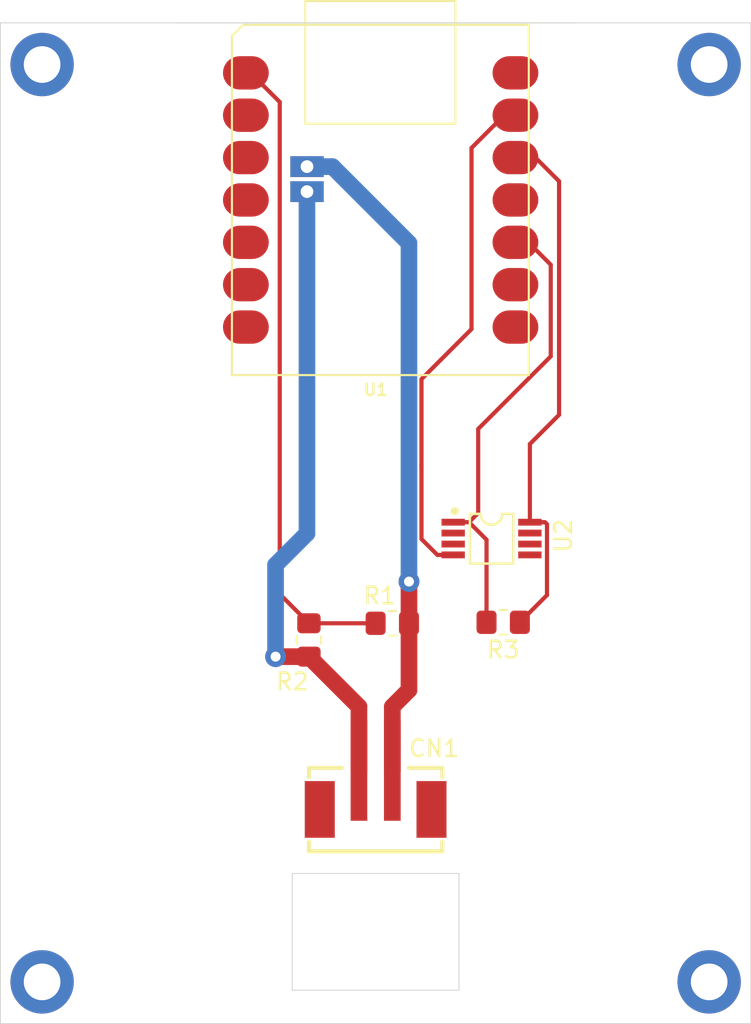
<source format=kicad_pcb>
(kicad_pcb (version 20211014) (generator pcbnew)
  (layers (0 "F.Cu" signal) (31 "B.Cu" signal) (34 "B.Paste" user) (35 "F.Paste" user) (36 "B.SilkS" user "B.Silkscreen") (37 "F.SilkS" user "F.Silkscreen") (38 "B.Mask" user) (39 "F.Mask" user) (44 "Edge.Cuts" user))
  (net 0 "")
  (net 4 "GND")
  (net 8 "+3V3")
  (net 9 "Net-(CN1-Pad2)")
  (net 10 "Net-(CN1-Pad1)")
  (net 16 "Net-(R1-Pad1)")
  (net 19 "Net-(R3-Pad2)")
  (footprint "easyeda2kicad:CONN-SMD_B2B-PH-SM4-TB-LF-SN" (layer "F.Cu") (at 130 136)
    (fp_text reference "CN1" (at 3.5 -2.5) (layer "F.SilkS"))
    (fp_text value "B2B-PH-SM4-TB(LF)(SN)" hide)
    (fp_line (start 4 3.67) (end 4 3.09) (layer "F.SilkS") (width 0.25))
    (fp_line (start -4 3.09) (end -4 3.67) (layer "F.SilkS") (width 0.25))
    (fp_line (start -4 -1.33) (end -4 -0.77) (layer "F.SilkS") (width 0.25))
    (fp_line (start 2 -1.33) (end 4 -1.33) (layer "F.SilkS") (width 0.25))
    (fp_line (start 4 3.67) (end -4 3.67) (layer "F.SilkS") (width 0.25))
    (fp_line (start 4 -0.77) (end 4 -1.33) (layer "F.SilkS") (width 0.25))
    (fp_line (start -4 -1.33) (end -2 -1.33) (layer "F.SilkS") (width 0.25))
    (pad "1" smd rect locked (at 1 -1.16) (size 1 6) (layers "F.Cu" "F.Paste" "F.Mask") (net 10 "Net-(CN1-Pad1)"))
    (pad "2" smd rect locked (at -1 -1.16) (size 1 6) (layers "F.Cu" "F.Paste" "F.Mask") (net 9 "Net-(CN1-Pad2)"))
    (pad "3" smd rect locked (at -3.35 1.16) (size 1.8 3.4) (layers "F.Cu" "F.Paste" "F.Mask"))
    (pad "4" smd rect locked (at 3.35 1.16) (size 1.8 3.4) (layers "F.Cu" "F.Paste" "F.Mask"))
  )
  (footprint "MountingHole:MountingHole_2.2mm_M2_DIN965_Pad" (layer "F.Cu") (at 110 147.5)
    (fp_text reference "H1" hide)
    (fp_text value "MountingHole_Pad" hide)
    (pad "1" thru_hole circle (at 0 0) (size 3.8 3.8) (drill 2.2) (layers *.Cu *.Mask))
  )
  (footprint "Resistor_SMD:R_0805_2012Metric_Pad1.20x1.40mm_HandSolder" (layer "F.Cu") (at 131 126)
    (fp_text reference "R1" (at -0.75 -1.65) (layer "F.SilkS"))
    (fp_text value "220k")
    (fp_line (start -0.227064 0.735) (end 0.227064 0.735) (layer "F.SilkS") (width 0.12))
    (fp_line (start -0.227064 -0.735) (end 0.227064 -0.735) (layer "F.SilkS") (width 0.12))
    (pad "1" smd roundrect (at -1 0) (size 1.2 1.4) (layers "F.Cu" "F.Paste" "F.Mask") (roundrect_rratio 0.208333) (net 16 "Net-(R1-Pad1)"))
    (pad "2" smd roundrect (at 1 0) (size 1.2 1.4) (layers "F.Cu" "F.Paste" "F.Mask") (roundrect_rratio 0.208333) (net 10 "Net-(CN1-Pad1)"))
  )
  (footprint "MountingHole:MountingHole_2.2mm_M2_DIN965_Pad" (layer "F.Cu") (at 150 147.5)
    (fp_text reference "H2" hide)
    (fp_text value "MountingHole_Pad" hide)
    (pad "1" thru_hole circle (at 0 0) (size 3.8 3.8) (drill 2.2) (layers *.Cu *.Mask))
  )
  (footprint "easyeda2kicad:MSOP-8_L3.0-W3.0-P0.65-LS4.9-BL" (layer "F.Cu") (at 136.95 120.92 -90)
    (fp_text reference "U2" (at -0.17 -4.3 90) (layer "F.SilkS"))
    (fp_text value "DS18B20U")
    (fp_line (start 1.5 -1.3) (end -1.48 -1.3) (layer "F.SilkS") (width 0.15))
    (fp_line (start -1.48 1.3) (end 1.5 1.3) (layer "F.SilkS") (width 0.15))
    (fp_line (start -1.48 0.65) (end -1.48 1.3) (layer "F.SilkS") (width 0.15))
    (fp_line (start -1.48 -1.3) (end -1.48 -0.65) (layer "F.SilkS") (width 0.15))
    (fp_line (start 1.5 1.3) (end 1.5 -1.3) (layer "F.SilkS") (width 0.15))
    (fp_arc (start -1.48 -0.65) (mid -0.83 0) (end -1.48 0.65) (layer "F.SilkS") (width 0.15))
    (fp_circle (center -1.65 2.2) (end -1.53 2.2) (layer "F.SilkS") (width 0.24) (fill none))
    (pad "1" smd rect locked (at -0.98 2.3 270) (size 0.41 1.4) (layers "F.Cu" "F.Paste" "F.Mask") (net 19 "Net-(R3-Pad2)"))
    (pad "2" smd rect locked (at -0.33 2.3 270) (size 0.41 1.4) (layers "F.Cu" "F.Paste" "F.Mask"))
    (pad "3" smd rect locked (at 0.33 2.3 270) (size 0.41 1.4) (layers "F.Cu" "F.Paste" "F.Mask"))
    (pad "4" smd rect locked (at 0.98 2.3 270) (size 0.41 1.4) (layers "F.Cu" "F.Paste" "F.Mask") (net 4 "GND"))
    (pad "5" smd rect locked (at 0.98 -2.3 270) (size 0.41 1.4) (layers "F.Cu" "F.Paste" "F.Mask"))
    (pad "6" smd rect locked (at 0.33 -2.3 270) (size 0.41 1.4) (layers "F.Cu" "F.Paste" "F.Mask"))
    (pad "7" smd rect locked (at -0.33 -2.3 270) (size 0.41 1.4) (layers "F.Cu" "F.Paste" "F.Mask"))
    (pad "8" smd rect locked (at -0.98 -2.3 270) (size 0.41 1.4) (layers "F.Cu" "F.Paste" "F.Mask") (net 8 "+3V3"))
  )
  (footprint "xiao:MOUDLE14P-SMD-2.54-21X17.8MM-bat" (layer "F.Cu") (at 121.384 111.11925)
    (fp_text reference "U1" (at 8.616 0.88075) (layer "F.SilkS") (effects (font (size 0.7 0.7))))
    (fp_text value "MOUDLE-SEEEDUINO-XIAO-ESP32C3")
    (fp_line (start 0 -20.3285) (end 0 0) (layer "F.SilkS") (width 0.127))
    (fp_line (start 4.4 -22.424) (end 13.395 -22.424) (layer "F.SilkS") (width 0.127))
    (fp_line (start 13.395 -15.072) (end 4.396 -15.072) (layer "F.SilkS") (width 0.127))
    (fp_line (start 17.8 -21) (end 0.671541 -21) (layer "F.SilkS") (width 0.127))
    (fp_line (start 4.396 -15.072) (end 4.396 -22.425) (layer "F.SilkS") (width 0.127))
    (fp_line (start 0 0) (end 17.8 0) (layer "F.SilkS") (width 0.127))
    (fp_line (start 17.8 0) (end 17.8 -21) (layer "F.SilkS") (width 0.127))
    (fp_line (start 0.671541 -21) (end 0 -20.3285) (layer "F.SilkS") (width 0.127))
    (fp_line (start 13.395 -22.424) (end 13.395 -15.072) (layer "F.SilkS") (width 0.127))
    (pad "1" smd roundrect (at 0.835 -18.12) (size 2.75 2) (layers "F.Cu" "F.Paste" "F.Mask") (roundrect_rratio 0.5) (net 16 "Net-(R1-Pad1)"))
    (pad "2" smd roundrect (at 0.835 -15.58) (size 2.75 2) (layers "F.Cu" "F.Paste" "F.Mask") (roundrect_rratio 0.5))
    (pad "3" smd roundrect (at 0.835 -13.04) (size 2.75 2) (layers "F.Cu" "F.Paste" "F.Mask") (roundrect_rratio 0.5))
    (pad "4" smd roundrect (at 0.835 -10.5) (size 2.75 2) (layers "F.Cu" "F.Paste" "F.Mask") (roundrect_rratio 0.5))
    (pad "5" smd roundrect (at 0.835 -7.96) (size 2.75 2) (layers "F.Cu" "F.Paste" "F.Mask") (roundrect_rratio 0.5))
    (pad "6" smd roundrect (at 0.835 -5.42) (size 2.75 2) (layers "F.Cu" "F.Paste" "F.Mask") (roundrect_rratio 0.5))
    (pad "7" smd roundrect (at 0.835 -2.88) (size 2.75 2) (layers "F.Cu" "F.Paste" "F.Mask") (roundrect_rratio 0.5))
    (pad "8" smd roundrect (at 17 -2.88) (size 2.75 2) (layers "F.Cu" "F.Paste" "F.Mask") (roundrect_rratio 0.5))
    (pad "9" smd roundrect (at 17 -5.42) (size 2.75 2) (layers "F.Cu" "F.Paste" "F.Mask") (roundrect_rratio 0.5))
    (pad "10" smd roundrect (at 17 -7.96) (size 2.75 2) (layers "F.Cu" "F.Paste" "F.Mask") (roundrect_rratio 0.5) (net 19 "Net-(R3-Pad2)"))
    (pad "11" smd roundrect (at 17 -10.5) (size 2.75 2) (layers "F.Cu" "F.Paste" "F.Mask") (roundrect_rratio 0.5))
    (pad "12" smd roundrect (at 17 -13.04) (size 2.75 2) (layers "F.Cu" "F.Paste" "F.Mask") (roundrect_rratio 0.5) (net 8 "+3V3"))
    (pad "13" smd roundrect (at 17 -15.58) (size 2.75 2) (layers "F.Cu" "F.Paste" "F.Mask") (roundrect_rratio 0.5) (net 4 "GND"))
    (pad "14" smd roundrect (at 17 -18.12) (size 2.75 2) (layers "F.Cu" "F.Paste" "F.Mask") (roundrect_rratio 0.5))
    (pad "15" thru_hole rect (at 4.5 -12.5) (size 2 1.25) (drill 0.762) (layers *.Cu *.Mask) (net 10 "Net-(CN1-Pad1)"))
    (pad "16" thru_hole rect (at 4.5 -11) (size 2 1.25) (drill 0.762) (layers *.Cu *.Mask) (net 9 "Net-(CN1-Pad2)"))
  )
  (footprint "Resistor_SMD:R_0805_2012Metric_Pad1.20x1.40mm_HandSolder" (layer "F.Cu") (at 126 127 -90)
    (fp_text reference "R2" (at 2.5 1 180) (layer "F.SilkS"))
    (fp_text value "220k")
    (fp_line (start -0.227064 -0.735) (end 0.227064 -0.735) (layer "F.SilkS") (width 0.12))
    (fp_line (start -0.227064 0.735) (end 0.227064 0.735) (layer "F.SilkS") (width 0.12))
    (pad "1" smd roundrect (at -1 0 270) (size 1.2 1.4) (layers "F.Cu" "F.Paste" "F.Mask") (roundrect_rratio 0.208333) (net 16 "Net-(R1-Pad1)"))
    (pad "2" smd roundrect (at 1 0 270) (size 1.2 1.4) (layers "F.Cu" "F.Paste" "F.Mask") (roundrect_rratio 0.208333) (net 9 "Net-(CN1-Pad2)"))
  )
  (footprint "Resistor_SMD:R_0805_2012Metric_Pad1.20x1.40mm_HandSolder" (layer "F.Cu") (at 137.65 125.94 180)
    (fp_text reference "R3" (at 0 -1.65) (layer "F.SilkS"))
    (fp_text value "4k7")
    (fp_line (start -0.227064 0.735) (end 0.227064 0.735) (layer "F.SilkS") (width 0.12))
    (fp_line (start -0.227064 -0.735) (end 0.227064 -0.735) (layer "F.SilkS") (width 0.12))
    (pad "1" smd roundrect (at -1 0 180) (size 1.2 1.4) (layers "F.Cu" "F.Paste" "F.Mask") (roundrect_rratio 0.208333) (net 8 "+3V3"))
    (pad "2" smd roundrect (at 1 0 180) (size 1.2 1.4) (layers "F.Cu" "F.Paste" "F.Mask") (roundrect_rratio 0.208333) (net 19 "Net-(R3-Pad2)"))
  )
  (footprint "MountingHole:MountingHole_2.2mm_M2_DIN965_Pad" (layer "F.Cu") (at 150 92.5)
    (fp_text reference "H4" hide)
    (fp_text value "MountingHole_Pad" hide)
    (pad "1" thru_hole circle (at 0 0) (size 3.8 3.8) (drill 2.2) (layers *.Cu *.Mask))
  )
  (footprint "MountingHole:MountingHole_2.2mm_M2_DIN965_Pad" (layer "F.Cu") (at 110 92.5)
    (fp_text reference "H3" hide)
    (fp_text value "MountingHole_Pad" hide)
    (pad "1" thru_hole circle (at 0 0) (size 3.8 3.8) (drill 2.2) (layers *.Cu *.Mask))
  )
  (gr_line (start 135 141) (end 125 141) (layer "Edge.Cuts") (width 0.05))
  (gr_line (start 107.5 90) (end 152.5 90) (layer "Edge.Cuts") (width 0.05))
  (gr_line (start 118 90) (end 142 90) (layer "Edge.Cuts") (width 0.05))
  (gr_line (start 125 148) (end 135 148) (layer "Edge.Cuts") (width 0.05))
  (gr_line (start 125 141) (end 125 148) (layer "Edge.Cuts") (width 0.05))
  (gr_line (start 107.5 150) (end 107.5 90) (layer "Edge.Cuts") (width 0.05))
  (gr_line (start 152.5 95) (end 152.5 150) (layer "Edge.Cuts") (width 0.05))
  (gr_line (start 135 148) (end 135 141) (layer "Edge.Cuts") (width 0.05))
  (gr_line (start 152.5 90) (end 152.5 95) (layer "Edge.Cuts") (width 0.05))
  (gr_line (start 152.5 150) (end 107.5 150) (layer "Edge.Cuts") (width 0.05))
  (segment (start 132.75 116.66) (end 132.75 116.5) (width 0.25) (layer "F.Cu") (net 4))
  (segment (start 132.75 120.95) (end 133.7 121.9) (width 0.25) (layer "F.Cu") (net 4))
  (segment (start 132.75 111.360054) (end 135.75 108.360054) (width 0.25) (layer "F.Cu") (net 4))
  (segment (start 132.75 116.5) (end 132.75 111.360054) (width 0.25) (layer "F.Cu") (net 4))
  (segment (start 132.75 116.5) (end 132.75 120.95) (width 0.25) (layer "F.Cu") (net 4))
  (segment (start 135.75 97.5) (end 137.71075 95.53925) (width 0.25) (layer "F.Cu") (net 4))
  (segment (start 134.65 121.9) (end 133.7 121.9) (width 0.25) (layer "F.Cu") (net 4))
  (segment (start 137.71075 95.53925) (end 138.384 95.53925) (width 0.25) (layer "F.Cu") (net 4))
  (segment (start 135.75 108.360054) (end 135.75 97.5) (width 0.25) (layer "F.Cu") (net 4))
  (segment (start 140.274511 120.060489) (end 140.154022 119.94) (width 0.25) (layer "F.Cu") (net 8))
  (segment (start 141 113.5) (end 139.25 115.25) (width 0.25) (layer "F.Cu") (net 8))
  (segment (start 138.65 125.94) (end 140.274511 124.315489) (width 0.25) (layer "F.Cu") (net 8))
  (segment (start 139.25 115.25) (end 139.25 119.94) (width 0.25) (layer "F.Cu") (net 8))
  (segment (start 140.274511 124.315489) (end 140.274511 120.060489) (width 0.25) (layer "F.Cu") (net 8))
  (segment (start 139.25 119.94) (end 140.15 119.94) (width 0.25) (layer "F.Cu") (net 8))
  (segment (start 139.57925 98.07925) (end 141 99.5) (width 0.25) (layer "F.Cu") (net 8))
  (segment (start 141 99.5) (end 141 113.5) (width 0.25) (layer "F.Cu") (net 8))
  (segment (start 138.384 98.07925) (end 139.57925 98.07925) (width 0.25) (layer "F.Cu") (net 8))
  (segment (start 140.154022 119.94) (end 139.25 119.94) (width 0.25) (layer "F.Cu") (net 8))
  (segment (start 126 128) (end 124 128) (width 1) (layer "F.Cu") (net 9))
  (segment (start 129 131) (end 129 134.84) (width 1) (layer "F.Cu") (net 9))
  (segment (start 126 128) (end 129 131) (width 1) (layer "F.Cu") (net 9))
  (via (at 124 128) (size 1.25) (drill 0.6) (layers "F.Cu" "B.Cu") (net 9))
  (segment (start 125.884 100.11925) (end 125.884 120.616) (width 1) (layer "B.Cu") (net 9))
  (segment (start 124 128) (end 124 122.5) (width 1) (layer "B.Cu") (net 9))
  (segment (start 125.884 120.616) (end 124 122.5) (width 1) (layer "B.Cu") (net 9))
  (segment (start 132 126) (end 132 123.5) (width 1) (layer "F.Cu") (net 10))
  (segment (start 131 131) (end 132 130) (width 1) (layer "F.Cu") (net 10))
  (segment (start 131 131) (end 131 134.84) (width 1) (layer "F.Cu") (net 10))
  (segment (start 132 130) (end 132 126) (width 1) (layer "F.Cu") (net 10))
  (via (at 132 123.5) (size 1.25) (drill 0.6) (layers "F.Cu" "B.Cu") (net 10))
  (segment (start 132 103.211228) (end 127.408022 98.61925) (width 1) (layer "B.Cu") (net 10))
  (segment (start 127.408022 98.61925) (end 125.884 98.61925) (width 1) (layer "B.Cu") (net 10))
  (segment (start 132 123.5) (end 132 103.211228) (width 1) (layer "B.Cu") (net 10))
  (segment (start 122.219 92.99925) (end 122.49925 92.99925) (width 0.25) (layer "F.Cu") (net 16))
  (segment (start 126 126) (end 130 126) (width 0.25) (layer "F.Cu") (net 16))
  (segment (start 124.25 94.75) (end 124.25 124.25) (width 0.25) (layer "F.Cu") (net 16))
  (segment (start 122.49925 92.99925) (end 124.25 94.75) (width 0.25) (layer "F.Cu") (net 16))
  (segment (start 124.25 124.25) (end 126 126) (width 0.25) (layer "F.Cu") (net 16))
  (segment (start 139.15925 103.15925) (end 138.384 103.15925) (width 0.25) (layer "F.Cu") (net 19))
  (segment (start 136.65 125.94) (end 136.65 120.99) (width 0.25) (layer "F.Cu") (net 19))
  (segment (start 135.6 119.94) (end 134.65 119.94) (width 0.25) (layer "F.Cu") (net 19))
  (segment (start 140.5 104.5) (end 139.15925 103.15925) (width 0.25) (layer "F.Cu") (net 19))
  (segment (start 136.15 114.35) (end 136.15 119.39) (width 0.25) (layer "F.Cu") (net 19))
  (segment (start 136.65 120.99) (end 135.6 119.94) (width 0.25) (layer "F.Cu") (net 19))
  (segment (start 136.15 119.39) (end 135.6 119.94) (width 0.25) (layer "F.Cu") (net 19))
  (segment (start 136.15 114.35) (end 140.5 110) (width 0.25) (layer "F.Cu") (net 19))
  (segment (start 140.5 110) (end 140.5 104.5) (width 0.25) (layer "F.Cu") (net 19))
)
</source>
